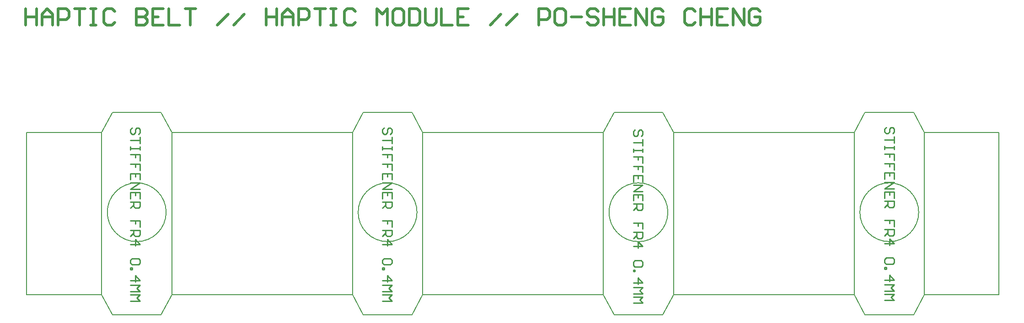
<source format=gbr>
G04*
G04 #@! TF.GenerationSoftware,Altium Limited,Altium Designer,24.10.1 (45)*
G04*
G04 Layer_Color=32896*
%FSLAX25Y25*%
%MOIN*%
G70*
G04*
G04 #@! TF.SameCoordinates,FEB186AE-86F8-48D3-B7AD-D45B87300DC1*
G04*
G04*
G04 #@! TF.FilePolarity,Positive*
G04*
G01*
G75*
%ADD10C,0.01000*%
%ADD12C,0.00787*%
%ADD36C,0.01968*%
D10*
X81432Y117054D02*
X82580Y118202D01*
Y120498D01*
X81432Y121646D01*
X80285D01*
X79137Y120498D01*
Y118202D01*
X77989Y117054D01*
X76841D01*
X75693Y118202D01*
Y120498D01*
X76841Y121646D01*
X82580Y114758D02*
Y110167D01*
Y112462D01*
X75693D01*
X82580Y107871D02*
Y105575D01*
Y106723D01*
X75693D01*
Y107871D01*
Y105575D01*
X82580Y97539D02*
Y102131D01*
X79137D01*
Y99835D01*
Y102131D01*
X75693D01*
X82580Y90652D02*
Y95244D01*
X79137D01*
Y92948D01*
Y95244D01*
X75693D01*
X82580Y83764D02*
Y88356D01*
X75693D01*
Y83764D01*
X79137Y88356D02*
Y86060D01*
X75693Y81468D02*
X82580D01*
X75693Y76877D01*
X82580D01*
Y69989D02*
Y74581D01*
X75693D01*
Y69989D01*
X79137Y74581D02*
Y72285D01*
X75693Y67693D02*
X82580D01*
Y64250D01*
X81432Y63102D01*
X79137D01*
X77989Y64250D01*
Y67693D01*
Y65398D02*
X75693Y63102D01*
X82580Y49327D02*
Y53918D01*
X79137D01*
Y51622D01*
Y53918D01*
X75693D01*
Y47031D02*
X82580D01*
Y43587D01*
X81432Y42439D01*
X79137D01*
X77989Y43587D01*
Y47031D01*
Y44735D02*
X75693Y42439D01*
Y36700D02*
X82580D01*
X79137Y40143D01*
Y35552D01*
X81432Y26368D02*
X82580Y25220D01*
Y22924D01*
X81432Y21777D01*
X76841D01*
X75693Y22924D01*
Y25220D01*
X76841Y26368D01*
X81432D01*
X75693Y19481D02*
X76841D01*
Y18333D01*
X75693D01*
Y19481D01*
Y10297D02*
X82580D01*
X79137Y13741D01*
Y9149D01*
X75693Y6854D02*
X82580D01*
X80285Y4558D01*
X82580Y2262D01*
X75693D01*
Y-34D02*
X82580D01*
X80285Y-2330D01*
X82580Y-4626D01*
X75693D01*
X265055Y117054D02*
X266202Y118202D01*
Y120498D01*
X265055Y121646D01*
X263907D01*
X262759Y120498D01*
Y118202D01*
X261611Y117054D01*
X260463D01*
X259315Y118202D01*
Y120498D01*
X260463Y121646D01*
X266202Y114758D02*
Y110167D01*
Y112462D01*
X259315D01*
X266202Y107871D02*
Y105575D01*
Y106723D01*
X259315D01*
Y107871D01*
Y105575D01*
X266202Y97539D02*
Y102131D01*
X262759D01*
Y99835D01*
Y102131D01*
X259315D01*
X266202Y90652D02*
Y95244D01*
X262759D01*
Y92948D01*
Y95244D01*
X259315D01*
X266202Y83764D02*
Y88356D01*
X259315D01*
Y83764D01*
X262759Y88356D02*
Y86060D01*
X259315Y81468D02*
X266202D01*
X259315Y76877D01*
X266202D01*
Y69989D02*
Y74581D01*
X259315D01*
Y69989D01*
X262759Y74581D02*
Y72285D01*
X259315Y67693D02*
X266202D01*
Y64250D01*
X265055Y63102D01*
X262759D01*
X261611Y64250D01*
Y67693D01*
Y65398D02*
X259315Y63102D01*
X266202Y49327D02*
Y53918D01*
X262759D01*
Y51622D01*
Y53918D01*
X259315D01*
Y47031D02*
X266202D01*
Y43587D01*
X265055Y42439D01*
X262759D01*
X261611Y43587D01*
Y47031D01*
Y44735D02*
X259315Y42439D01*
Y36700D02*
X266202D01*
X262759Y40143D01*
Y35552D01*
X265055Y26368D02*
X266202Y25220D01*
Y22924D01*
X265055Y21777D01*
X260463D01*
X259315Y22924D01*
Y25220D01*
X260463Y26368D01*
X265055D01*
X259315Y19481D02*
X260463D01*
Y18333D01*
X259315D01*
Y19481D01*
Y10297D02*
X266202D01*
X262759Y13741D01*
Y9149D01*
X259315Y6854D02*
X266202D01*
X263907Y4558D01*
X266202Y2262D01*
X259315D01*
Y-34D02*
X266202D01*
X263907Y-2330D01*
X266202Y-4626D01*
X259315D01*
X447889Y115479D02*
X449037Y116627D01*
Y118923D01*
X447889Y120071D01*
X446741D01*
X445593Y118923D01*
Y116627D01*
X444445Y115479D01*
X443297D01*
X442150Y116627D01*
Y118923D01*
X443297Y120071D01*
X449037Y113183D02*
Y108592D01*
Y110888D01*
X442150D01*
X449037Y106296D02*
Y104000D01*
Y105148D01*
X442150D01*
Y106296D01*
Y104000D01*
X449037Y95964D02*
Y100556D01*
X445593D01*
Y98260D01*
Y100556D01*
X442150D01*
X449037Y89077D02*
Y93669D01*
X445593D01*
Y91373D01*
Y93669D01*
X442150D01*
X449037Y82189D02*
Y86781D01*
X442150D01*
Y82189D01*
X445593Y86781D02*
Y84485D01*
X442150Y79894D02*
X449037D01*
X442150Y75302D01*
X449037D01*
Y68414D02*
Y73006D01*
X442150D01*
Y68414D01*
X445593Y73006D02*
Y70710D01*
X442150Y66119D02*
X449037D01*
Y62675D01*
X447889Y61527D01*
X445593D01*
X444445Y62675D01*
Y66119D01*
Y63823D02*
X442150Y61527D01*
X449037Y47752D02*
Y52343D01*
X445593D01*
Y50048D01*
Y52343D01*
X442150D01*
Y45456D02*
X449037D01*
Y42012D01*
X447889Y40864D01*
X445593D01*
X444445Y42012D01*
Y45456D01*
Y43160D02*
X442150Y40864D01*
Y35125D02*
X449037D01*
X445593Y38568D01*
Y33977D01*
X447889Y24793D02*
X449037Y23645D01*
Y21350D01*
X447889Y20202D01*
X443297D01*
X442150Y21350D01*
Y23645D01*
X443297Y24793D01*
X447889D01*
X442150Y17906D02*
X443297D01*
Y16758D01*
X442150D01*
Y17906D01*
Y8722D02*
X449037D01*
X445593Y12166D01*
Y7575D01*
X442150Y5279D02*
X449037D01*
X446741Y2983D01*
X449037Y687D01*
X442150D01*
Y-1609D02*
X449037D01*
X446741Y-3905D01*
X449037Y-6200D01*
X442150D01*
X631114Y117448D02*
X632262Y118596D01*
Y120891D01*
X631114Y122039D01*
X629966D01*
X628818Y120891D01*
Y118596D01*
X627670Y117448D01*
X626522D01*
X625374Y118596D01*
Y120891D01*
X626522Y122039D01*
X632262Y115152D02*
Y110560D01*
Y112856D01*
X625374D01*
X632262Y108264D02*
Y105968D01*
Y107116D01*
X625374D01*
Y108264D01*
Y105968D01*
X632262Y97933D02*
Y102525D01*
X628818D01*
Y100229D01*
Y102525D01*
X625374D01*
X632262Y91045D02*
Y95637D01*
X628818D01*
Y93341D01*
Y95637D01*
X625374D01*
X632262Y84158D02*
Y88750D01*
X625374D01*
Y84158D01*
X628818Y88750D02*
Y86454D01*
X625374Y81862D02*
X632262D01*
X625374Y77270D01*
X632262D01*
Y70383D02*
Y74975D01*
X625374D01*
Y70383D01*
X628818Y74975D02*
Y72679D01*
X625374Y68087D02*
X632262D01*
Y64643D01*
X631114Y63495D01*
X628818D01*
X627670Y64643D01*
Y68087D01*
Y65791D02*
X625374Y63495D01*
X632262Y49720D02*
Y54312D01*
X628818D01*
Y52016D01*
Y54312D01*
X625374D01*
Y47425D02*
X632262D01*
Y43981D01*
X631114Y42833D01*
X628818D01*
X627670Y43981D01*
Y47425D01*
Y45129D02*
X625374Y42833D01*
Y37093D02*
X632262D01*
X628818Y40537D01*
Y35945D01*
X631114Y26762D02*
X632262Y25614D01*
Y23318D01*
X631114Y22170D01*
X626522D01*
X625374Y23318D01*
Y25614D01*
X626522Y26762D01*
X631114D01*
X625374Y19874D02*
X626522D01*
Y18726D01*
X625374D01*
Y19874D01*
Y10691D02*
X632262D01*
X628818Y14135D01*
Y9543D01*
X625374Y7247D02*
X632262D01*
X629966Y4951D01*
X632262Y2655D01*
X625374D01*
Y360D02*
X632262D01*
X629966Y-1936D01*
X632262Y-4232D01*
X625374D01*
D12*
X613548Y75205D02*
G03*
X613548Y44891I15157J-15157D01*
G01*
X643863Y75205D02*
G03*
X613548Y75205I-15157J-15157D01*
G01*
X643863Y44890D02*
G03*
X643863Y75205I-15157J15157D01*
G01*
X613548Y44890D02*
G03*
X643863Y44890I15157J15157D01*
G01*
X65048Y75205D02*
G03*
X65048Y44891I15157J-15157D01*
G01*
X95363Y75205D02*
G03*
X65048Y75205I-15157J-15157D01*
G01*
X95363Y44890D02*
G03*
X95363Y75205I-15157J15157D01*
G01*
X65048Y44890D02*
G03*
X95363Y44890I15157J15157D01*
G01*
X247881Y75205D02*
G03*
X247881Y44891I15157J-15157D01*
G01*
X278196Y75205D02*
G03*
X247881Y75205I-15157J-15157D01*
G01*
X278196Y44890D02*
G03*
X278196Y75205I-15157J15157D01*
G01*
X247881Y44890D02*
G03*
X278196Y44890I15157J15157D01*
G01*
X430715Y75205D02*
G03*
X430715Y44891I15157J-15157D01*
G01*
X461030Y75205D02*
G03*
X430715Y75205I-15157J-15157D01*
G01*
X461030Y44890D02*
G03*
X461029Y75205I-15157J15157D01*
G01*
X430715Y44890D02*
G03*
X461030Y44890I15157J15157D01*
G01*
X654295Y-32D02*
Y118110D01*
X603113D02*
X603114Y0D01*
X471465Y-0D02*
Y118110D01*
X420284Y-0D02*
Y118110D01*
X288630Y-0D02*
Y118110D01*
X237449Y0D02*
Y118110D01*
X105795Y0D02*
Y118110D01*
X54614Y0D02*
Y118110D01*
X471465Y-0D02*
X603114Y0D01*
X463591Y-14756D02*
X471465Y-0D01*
X428158Y-14756D02*
X463591D01*
X420284Y-0D02*
X428158Y-14756D01*
X288630Y-0D02*
X420284D01*
X280756Y-14756D02*
X288630Y-0D01*
X245323Y-14756D02*
X280756D01*
X237449Y0D02*
X245323Y-14756D01*
X105795Y0D02*
X237449D01*
X97921Y-14756D02*
X105795Y0D01*
X62488Y-14756D02*
X97921D01*
X54614Y0D02*
X62488Y-14756D01*
X0Y0D02*
X54614D01*
X0D02*
Y118110D01*
X54614D01*
X62488Y132882D01*
X97921D01*
X105795Y118110D01*
X237449D01*
X245323Y132882D01*
X280756D01*
X288630Y118110D01*
X420284D01*
X428158Y132882D01*
X463591D01*
X471465Y118110D01*
X603114D01*
X610988Y132882D01*
X646421D01*
X654295Y118110D01*
X708661D01*
Y0D02*
Y118110D01*
X654295Y-32D02*
X708661Y0D01*
X646421Y-14756D02*
X654295Y-32D01*
X610988Y-14756D02*
X646421D01*
X603114Y0D02*
X610988Y-14756D01*
D36*
X-685Y208403D02*
Y196596D01*
Y202499D01*
X7187D01*
Y208403D01*
Y196596D01*
X11122D02*
Y204467D01*
X15058Y208403D01*
X18994Y204467D01*
Y196596D01*
Y202499D01*
X11122D01*
X22930Y196596D02*
Y208403D01*
X28833D01*
X30801Y206435D01*
Y202499D01*
X28833Y200532D01*
X22930D01*
X34737Y208403D02*
X42608D01*
X38673D01*
Y196596D01*
X46544Y208403D02*
X50480D01*
X48512D01*
Y196596D01*
X46544D01*
X50480D01*
X64255Y206435D02*
X62287Y208403D01*
X58351D01*
X56383Y206435D01*
Y198564D01*
X58351Y196596D01*
X62287D01*
X64255Y198564D01*
X79998Y208403D02*
Y196596D01*
X85901D01*
X87869Y198564D01*
Y200532D01*
X85901Y202499D01*
X79998D01*
X85901D01*
X87869Y204467D01*
Y206435D01*
X85901Y208403D01*
X79998D01*
X99676D02*
X91805D01*
Y196596D01*
X99676D01*
X91805Y202499D02*
X95741D01*
X103612Y208403D02*
Y196596D01*
X111484D01*
X115419Y208403D02*
X123291D01*
X119355D01*
Y196596D01*
X139034D02*
X146905Y204467D01*
X150841Y196596D02*
X158712Y204467D01*
X174455Y208403D02*
Y196596D01*
Y202499D01*
X182327D01*
Y208403D01*
Y196596D01*
X186263D02*
Y204467D01*
X190198Y208403D01*
X194134Y204467D01*
Y196596D01*
Y202499D01*
X186263D01*
X198070Y196596D02*
Y208403D01*
X203973D01*
X205941Y206435D01*
Y202499D01*
X203973Y200532D01*
X198070D01*
X209877Y208403D02*
X217748D01*
X213813D01*
Y196596D01*
X221684Y208403D02*
X225620D01*
X223652D01*
Y196596D01*
X221684D01*
X225620D01*
X239395Y206435D02*
X237427Y208403D01*
X233491D01*
X231523Y206435D01*
Y198564D01*
X233491Y196596D01*
X237427D01*
X239395Y198564D01*
X255138Y196596D02*
Y208403D01*
X259074Y204467D01*
X263009Y208403D01*
Y196596D01*
X272849Y208403D02*
X268913D01*
X266945Y206435D01*
Y198564D01*
X268913Y196596D01*
X272849D01*
X274817Y198564D01*
Y206435D01*
X272849Y208403D01*
X278752D02*
Y196596D01*
X284656D01*
X286624Y198564D01*
Y206435D01*
X284656Y208403D01*
X278752D01*
X290560D02*
Y198564D01*
X292527Y196596D01*
X296463D01*
X298431Y198564D01*
Y208403D01*
X302367D02*
Y196596D01*
X310238D01*
X322045Y208403D02*
X314174D01*
Y196596D01*
X322045D01*
X314174Y202499D02*
X318110D01*
X337788Y196596D02*
X345660Y204467D01*
X349595Y196596D02*
X357467Y204467D01*
X373210Y196596D02*
Y208403D01*
X379114D01*
X381081Y206435D01*
Y202499D01*
X379114Y200532D01*
X373210D01*
X390921Y208403D02*
X386985D01*
X385017Y206435D01*
Y198564D01*
X386985Y196596D01*
X390921D01*
X392889Y198564D01*
Y206435D01*
X390921Y208403D01*
X396824Y202499D02*
X404696D01*
X416503Y206435D02*
X414535Y208403D01*
X410599D01*
X408632Y206435D01*
Y204467D01*
X410599Y202499D01*
X414535D01*
X416503Y200532D01*
Y198564D01*
X414535Y196596D01*
X410599D01*
X408632Y198564D01*
X420439Y208403D02*
Y196596D01*
Y202499D01*
X428310D01*
Y208403D01*
Y196596D01*
X440117Y208403D02*
X432246D01*
Y196596D01*
X440117D01*
X432246Y202499D02*
X436182D01*
X444053Y196596D02*
Y208403D01*
X451925Y196596D01*
Y208403D01*
X463732Y206435D02*
X461764Y208403D01*
X457828D01*
X455860Y206435D01*
Y198564D01*
X457828Y196596D01*
X461764D01*
X463732Y198564D01*
Y202499D01*
X459796D01*
X487346Y206435D02*
X485378Y208403D01*
X481443D01*
X479475Y206435D01*
Y198564D01*
X481443Y196596D01*
X485378D01*
X487346Y198564D01*
X491282Y208403D02*
Y196596D01*
Y202499D01*
X499153D01*
Y208403D01*
Y196596D01*
X510961Y208403D02*
X503089D01*
Y196596D01*
X510961D01*
X503089Y202499D02*
X507025D01*
X514896Y196596D02*
Y208403D01*
X522768Y196596D01*
Y208403D01*
X534575Y206435D02*
X532607Y208403D01*
X528671D01*
X526704Y206435D01*
Y198564D01*
X528671Y196596D01*
X532607D01*
X534575Y198564D01*
Y202499D01*
X530639D01*
M02*

</source>
